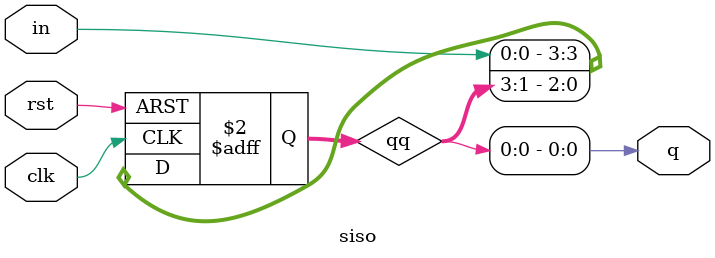
<source format=v>
module siso(clk,in,rst,q);
input clk,rst,in;
output q;
reg [3:0]qq;
assign q=qq[0];
always @ (posedge clk, posedge rst)
begin
if(rst) qq <=0;
else qq <= {in,qq[3:1]};
end
endmodule

</source>
